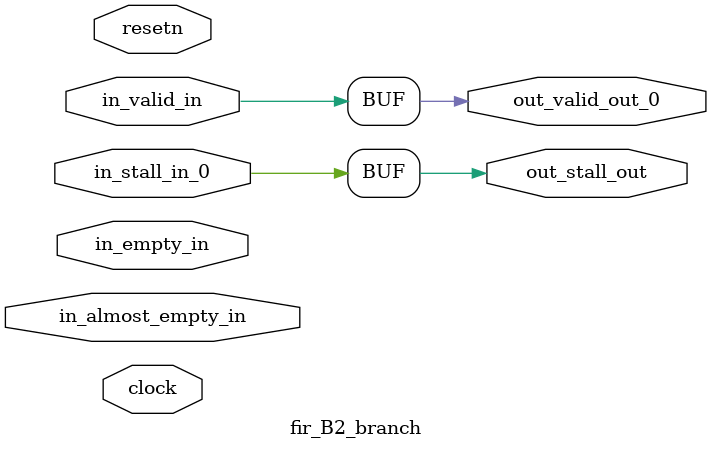
<source format=sv>



(* altera_attribute = "-name AUTO_SHIFT_REGISTER_RECOGNITION OFF; -name MESSAGE_DISABLE 10036; -name MESSAGE_DISABLE 10037; -name MESSAGE_DISABLE 14130; -name MESSAGE_DISABLE 14320; -name MESSAGE_DISABLE 15400; -name MESSAGE_DISABLE 14130; -name MESSAGE_DISABLE 10036; -name MESSAGE_DISABLE 12020; -name MESSAGE_DISABLE 12030; -name MESSAGE_DISABLE 12010; -name MESSAGE_DISABLE 12110; -name MESSAGE_DISABLE 14320; -name MESSAGE_DISABLE 13410; -name MESSAGE_DISABLE 113007; -name MESSAGE_DISABLE 10958" *)
module fir_B2_branch (
    input wire [0:0] in_almost_empty_in,
    input wire [0:0] in_empty_in,
    input wire [0:0] in_stall_in_0,
    input wire [0:0] in_valid_in,
    output wire [0:0] out_stall_out,
    output wire [0:0] out_valid_out_0,
    input wire clock,
    input wire resetn
    );

    reg [0:0] rst_sync_rst_sclrn;


    // out_stall_out(GPOUT,6)
    assign out_stall_out = in_stall_in_0;

    // out_valid_out_0(GPOUT,7)
    assign out_valid_out_0 = in_valid_in;

    // rst_sync(RESETSYNC,8)
    acl_reset_handler #(
        .ASYNC_RESET(0),
        .USE_SYNCHRONIZER(1),
        .PULSE_EXTENSION(0),
        .PIPE_DEPTH(3),
        .DUPLICATE(1)
    ) therst_sync (
        .clk(clock),
        .i_resetn(resetn),
        .o_sclrn(rst_sync_rst_sclrn)
    );

endmodule

</source>
